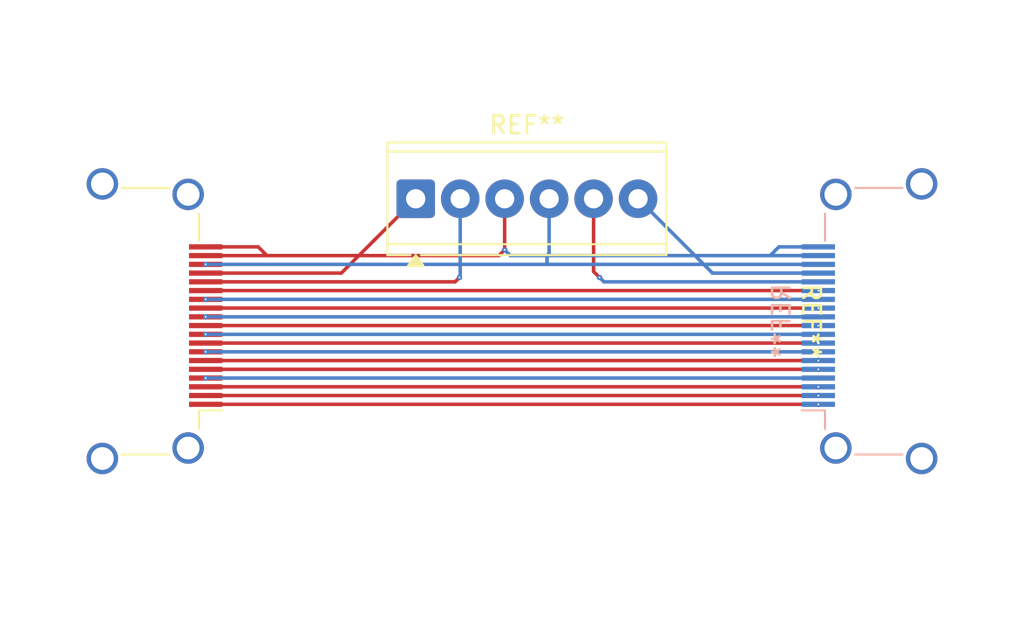
<source format=kicad_pcb>
(kicad_pcb (version 20241229) (generator "pcbnew") (generator_version "9.0")
  (layers (0 "F.Cu" signal) (2 "B.Cu" signal) (13 "F.Paste" user) (15 "B.Paste" user) (5 "F.SilkS" user "F.Silkscreen") (7 "B.SilkS" user "B.Silkscreen") (1 "F.Mask" user) (3 "B.Mask" user) (25 "Edge.Cuts" user))
  (net 0 "")
  (footprint "TerminalBlock_Phoenix:TerminalBlock_Phoenix_MPT-0,5-6-2.54_1x06_P2.54mm_Horizontal" (layer "F.Cu") (at 107.5 80)
    (property "Reference" "REF**" (at 6.35 -4.22 0) (layer "F.SilkS"))
    (property "Value" "TerminalBlock_Phoenix_MPT-0,5-6-2.54_1x06_P2.54mm_Horizontal")
    (fp_line (start -1.62 -3.22) (end -1.62 3.22) (stroke (width 0.12)) (layer "F.SilkS"))
    (fp_line (start -1.62 -3.22) (end 14.32 -3.22) (stroke (width 0.12)) (layer "F.SilkS"))
    (fp_line (start -1.62 -2.7) (end 14.32 -2.7) (stroke (width 0.12)) (layer "F.SilkS"))
    (fp_line (start -1.62 2.6) (end 14.32 2.6) (stroke (width 0.12)) (layer "F.SilkS"))
    (fp_line (start -1.62 3.22) (end -0.3 3.22) (stroke (width 0.12)) (layer "F.SilkS"))
    (fp_line (start 0.3 3.22) (end 14.32 3.22) (stroke (width 0.12)) (layer "F.SilkS"))
    (fp_line (start 14.32 -3.22) (end 14.32 3.22) (stroke (width 0.12)) (layer "F.SilkS"))
    (fp_poly (pts (xy 0 3.22) (xy 0.44 3.83) (xy -0.44 3.83)) (stroke (width 0.12)) (fill yes) (layer "F.SilkS"))
    (pad "1" thru_hole roundrect (at 0 0) (size 2.2 2.2) (drill 1.1) (layers "*.Cu" "*.Mask") (roundrect_rratio 0.113636))
    (pad "2" thru_hole circle (at 2.54 0) (size 2.2 2.2) (drill 1.1) (layers "*.Cu" "*.Mask"))
    (pad "3" thru_hole circle (at 5.08 0) (size 2.2 2.2) (drill 1.1) (layers "*.Cu" "*.Mask"))
    (pad "4" thru_hole circle (at 7.62 0) (size 2.2 2.2) (drill 1.1) (layers "*.Cu" "*.Mask"))
    (pad "5" thru_hole circle (at 10.16 0) (size 2.2 2.2) (drill 1.1) (layers "*.Cu" "*.Mask"))
    (pad "6" thru_hole circle (at 12.7 0) (size 2.2 2.2) (drill 1.1) (layers "*.Cu" "*.Mask"))
  )
  (footprint "Connector_Video:HDMI_A_Amphenol_10029449-x01xLF_Horizontal" (layer "F.Cu") (at 90.5 87 -90)
    (property "Reference" "REF**" (at 0 -39.6 270) (layer "F.SilkS"))
    (property "Value" "HDMI_A_Amphenol_10029449-x01xLF_Horizontal")
    (fp_line (start -7.62 -0.2) (end -7.62 -2.9) (stroke (width 0.12)) (layer "F.SilkS"))
    (fp_line (start 7.62 -2.9) (end 7.62 -0.2) (stroke (width 0.12)) (layer "F.SilkS"))
    (fp_line (start -6.15 -4.62) (end -4.6 -4.62) (stroke (width 0.12)) (layer "F.SilkS"))
    (fp_line (start 5.1 -4.62) (end 6.15 -4.62) (stroke (width 0.12)) (layer "F.SilkS"))
    (fp_line (start 5.1 -5.95) (end 5.1 -4.62) (stroke (width 0.12)) (layer "F.SilkS"))
    (pad "1" smd rect (at 4.75 -5 270) (size 0.3 1.9) (layers "F.Cu" "F.Mask" "F.Paste"))
    (pad "2" smd rect (at 4.25 -5 270) (size 0.3 1.9) (layers "F.Cu" "F.Mask" "F.Paste"))
    (pad "3" smd rect (at 3.75 -5 270) (size 0.3 1.9) (layers "F.Cu" "F.Mask" "F.Paste"))
    (pad "4" smd rect (at 3.25 -5 270) (size 0.3 1.9) (layers "F.Cu" "F.Mask" "F.Paste"))
    (pad "5" smd rect (at 2.75 -5 270) (size 0.3 1.9) (layers "F.Cu" "F.Mask" "F.Paste"))
    (pad "6" smd rect (at 2.25 -5 270) (size 0.3 1.9) (layers "F.Cu" "F.Mask" "F.Paste"))
    (pad "7" smd rect (at 1.75 -5 270) (size 0.3 1.9) (layers "F.Cu" "F.Mask" "F.Paste"))
    (pad "8" smd rect (at 1.25 -5 270) (size 0.3 1.9) (layers "F.Cu" "F.Mask" "F.Paste"))
    (pad "9" smd rect (at 0.75 -5 270) (size 0.3 1.9) (layers "F.Cu" "F.Mask" "F.Paste"))
    (pad "10" smd rect (at 0.25 -5 270) (size 0.3 1.9) (layers "F.Cu" "F.Mask" "F.Paste"))
    (pad "11" smd rect (at -0.25 -5 270) (size 0.3 1.9) (layers "F.Cu" "F.Mask" "F.Paste"))
    (pad "12" smd rect (at -0.75 -5 270) (size 0.3 1.9) (layers "F.Cu" "F.Mask" "F.Paste"))
    (pad "13" smd rect (at -1.25 -5 270) (size 0.3 1.9) (layers "F.Cu" "F.Mask" "F.Paste"))
    (pad "14" smd rect (at -1.75 -5 270) (size 0.3 1.9) (layers "F.Cu" "F.Mask" "F.Paste"))
    (pad "15" smd rect (at -2.25 -5 270) (size 0.3 1.9) (layers "F.Cu" "F.Mask" "F.Paste"))
    (pad "16" smd rect (at -2.75 -5 270) (size 0.3 1.9) (layers "F.Cu" "F.Mask" "F.Paste"))
    (pad "17" smd rect (at -3.25 -5 270) (size 0.3 1.9) (layers "F.Cu" "F.Mask" "F.Paste"))
    (pad "18" smd rect (at -3.75 -5 270) (size 0.3 1.9) (layers "F.Cu" "F.Mask" "F.Paste"))
    (pad "19" smd rect (at -4.25 -5 270) (size 0.3 1.9) (layers "F.Cu" "F.Mask" "F.Paste"))
    (pad "SH" thru_hole circle (at -7.85 0.9 270) (size 1.8 1.8) (drill 1.3) (layers "*.Cu" "*.Mask"))
    (pad "SH" thru_hole circle (at -7.25 -4 270) (size 1.8 1.8) (drill 1.3) (layers "*.Cu" "*.Mask"))
    (pad "SH" thru_hole circle (at 7.25 -4 270) (size 1.8 1.8) (drill 1.3) (layers "*.Cu" "*.Mask"))
    (pad "SH" thru_hole circle (at 7.85 0.9 270) (size 1.8 1.8) (drill 1.3) (layers "*.Cu" "*.Mask"))
  )
  (footprint "Connector_Video:HDMI_A_Amphenol_10029449-x01xLF_Horizontal" (layer "B.Cu") (at 135.5 87 -90)
    (property "Reference" "REF**" (at 0 7.1 90) (layer "B.SilkS") (effects (justify mirror)))
    (property "Value" "HDMI_A_Amphenol_10029449-x01xLF_Horizontal")
    (fp_line (start 5.1 5.95) (end 5.1 4.62) (stroke (width 0.12)) (layer "B.SilkS"))
    (fp_line (start -6.15 4.62) (end -4.6 4.62) (stroke (width 0.12)) (layer "B.SilkS"))
    (fp_line (start 5.1 4.62) (end 6.15 4.62) (stroke (width 0.12)) (layer "B.SilkS"))
    (fp_line (start 7.62 2.9) (end 7.62 0.2) (stroke (width 0.12)) (layer "B.SilkS"))
    (fp_line (start -7.62 0.2) (end -7.62 2.9) (stroke (width 0.12)) (layer "B.SilkS"))
    (pad "1" smd rect (at 4.75 5 270) (size 0.3 1.9) (layers "B.Cu" "B.Mask" "B.Paste"))
    (pad "2" smd rect (at 4.25 5 270) (size 0.3 1.9) (layers "B.Cu" "B.Mask" "B.Paste"))
    (pad "3" smd rect (at 3.75 5 270) (size 0.3 1.9) (layers "B.Cu" "B.Mask" "B.Paste"))
    (pad "4" smd rect (at 3.25 5 270) (size 0.3 1.9) (layers "B.Cu" "B.Mask" "B.Paste"))
    (pad "5" smd rect (at 2.75 5 270) (size 0.3 1.9) (layers "B.Cu" "B.Mask" "B.Paste"))
    (pad "6" smd rect (at 2.25 5 270) (size 0.3 1.9) (layers "B.Cu" "B.Mask" "B.Paste"))
    (pad "7" smd rect (at 1.75 5 270) (size 0.3 1.9) (layers "B.Cu" "B.Mask" "B.Paste"))
    (pad "8" smd rect (at 1.25 5 270) (size 0.3 1.9) (layers "B.Cu" "B.Mask" "B.Paste"))
    (pad "9" smd rect (at 0.75 5 270) (size 0.3 1.9) (layers "B.Cu" "B.Mask" "B.Paste"))
    (pad "10" smd rect (at 0.25 5 270) (size 0.3 1.9) (layers "B.Cu" "B.Mask" "B.Paste"))
    (pad "11" smd rect (at -0.25 5 270) (size 0.3 1.9) (layers "B.Cu" "B.Mask" "B.Paste"))
    (pad "12" smd rect (at -0.75 5 270) (size 0.3 1.9) (layers "B.Cu" "B.Mask" "B.Paste"))
    (pad "13" smd rect (at -1.25 5 270) (size 0.3 1.9) (layers "B.Cu" "B.Mask" "B.Paste"))
    (pad "14" smd rect (at -1.75 5 270) (size 0.3 1.9) (layers "B.Cu" "B.Mask" "B.Paste"))
    (pad "15" smd rect (at -2.25 5 270) (size 0.3 1.9) (layers "B.Cu" "B.Mask" "B.Paste"))
    (pad "16" smd rect (at -2.75 5 270) (size 0.3 1.9) (layers "B.Cu" "B.Mask" "B.Paste"))
    (pad "17" smd rect (at -3.25 5 270) (size 0.3 1.9) (layers "B.Cu" "B.Mask" "B.Paste"))
    (pad "18" smd rect (at -3.75 5 270) (size 0.3 1.9) (layers "B.Cu" "B.Mask" "B.Paste"))
    (pad "19" smd rect (at -4.25 5 270) (size 0.3 1.9) (layers "B.Cu" "B.Mask" "B.Paste"))
    (pad "SH" thru_hole circle (at -7.85 -0.9 270) (size 1.8 1.8) (drill 1.3) (layers "*.Cu" "*.Mask"))
    (pad "SH" thru_hole circle (at -7.25 4 270) (size 1.8 1.8) (drill 1.3) (layers "*.Cu" "*.Mask"))
    (pad "SH" thru_hole circle (at 7.25 4 270) (size 1.8 1.8) (drill 1.3) (layers "*.Cu" "*.Mask"))
    (pad "SH" thru_hole circle (at 7.85 -0.9 270) (size 1.8 1.8) (drill 1.3) (layers "*.Cu" "*.Mask"))
  )
  (segment (start 95.5 82.75) (end 98.5 82.75) (width 0.2) (layer "F.Cu") (net 0))
  (segment (start 112.58 80) (end 112.58 82.92) (width 0.2) (layer "F.Cu") (net 0))
  (segment (start 95.5 85.25) (end 130.5 85.25) (width 0.2) (layer "F.Cu") (net 0))
  (segment (start 98.5 82.75) (end 99 83.25) (width 0.2) (layer "F.Cu") (net 0))
  (segment (start 95.5 84.25) (end 103.25 84.25) (width 0.2) (layer "F.Cu") (net 0))
  (segment (start 103.25 84.25) (end 105.25 82.25) (width 0.2) (layer "F.Cu") (net 0))
  (segment (start 99 83.25) (end 112.25 83.25) (width 0.2) (layer "F.Cu") (net 0))
  (segment (start 105.25 82.25) (end 105 82.5) (width 0.2) (layer "F.Cu") (net 0))
  (segment (start 95.5 87.25) (end 130.5 87.25) (width 0.2) (layer "F.Cu") (net 0))
  (segment (start 95.5 86.25) (end 130.5 86.25) (width 0.2) (layer "F.Cu") (net 0))
  (segment (start 95.5 91.25) (end 130.5 91.25) (width 0.2) (layer "F.Cu") (net 0))
  (segment (start 105.25 82.25) (end 107.5 80) (width 0.2) (layer "F.Cu") (net 0))
  (segment (start 118 84.5) (end 117.66 84.16) (width 0.2) (layer "F.Cu") (net 0))
  (segment (start 117.66 84.16) (end 117.66 80) (width 0.2) (layer "F.Cu") (net 0))
  (segment (start 95.5 89.25) (end 130.5 89.25) (width 0.2) (layer "F.Cu") (net 0))
  (segment (start 95.5 90.75) (end 130.5 90.75) (width 0.2) (layer "F.Cu") (net 0))
  (segment (start 112.25 83.25) (end 112.58 82.92) (width 0.2) (layer "F.Cu") (net 0))
  (segment (start 95.5 89.75) (end 130.5 89.75) (width 0.2) (layer "F.Cu") (net 0))
  (segment (start 109.75 84.75) (end 110 84.5) (width 0.2) (layer "F.Cu") (net 0))
  (segment (start 95.5 91.75) (end 130.5 91.75) (width 0.2) (layer "F.Cu") (net 0))
  (segment (start 95.5 83.25) (end 99 83.25) (width 0.2) (layer "F.Cu") (net 0))
  (segment (start 95.5 84.75) (end 109.75 84.75) (width 0.2) (layer "F.Cu") (net 0))
  (segment (start 95.5 88.25) (end 130.5 88.25) (width 0.2) (layer "F.Cu") (net 0))
  (via micro (at 95.5 87.75) (size 0.3) (drill 0.1) (layers "F.Cu" "B.Cu") (net 0))
  (via micro (at 130.5 87.25) (size 0.3) (drill 0.1) (layers "F.Cu" "B.Cu") (net 0))
  (via micro (at 130.5 91.75) (size 0.3) (drill 0.1) (layers "F.Cu" "B.Cu") (net 0))
  (via micro (at 130.5 89.75) (size 0.3) (drill 0.1) (layers "F.Cu" "B.Cu") (net 0))
  (via micro (at 130.5 86.25) (size 0.3) (drill 0.1) (layers "F.Cu" "B.Cu") (net 0))
  (via micro (at 112.58 82.92) (size 0.3) (drill 0.1) (layers "F.Cu" "B.Cu") (net 0))
  (via micro (at 107.5 80) (size 0.3) (drill 0.1) (layers "F.Cu" "B.Cu") (net 0))
  (via micro (at 95.5 85.75) (size 0.3) (drill 0.1) (layers "F.Cu" "B.Cu") (net 0))
  (via micro (at 130.5 90.75) (size 0.3) (drill 0.1) (layers "F.Cu" "B.Cu") (net 0))
  (via micro (at 130.5 91.25) (size 0.3) (drill 0.1) (layers "F.Cu" "B.Cu") (net 0))
  (via micro (at 112.58 80) (size 0.3) (drill 0.1) (layers "F.Cu" "B.Cu") (net 0))
  (via micro (at 118 84.5) (size 0.3) (drill 0.1) (layers "F.Cu" "B.Cu") (net 0))
  (via micro (at 95.5 86.75) (size 0.3) (drill 0.1) (layers "F.Cu" "B.Cu") (net 0))
  (via micro (at 110 84.5) (size 0.3) (drill 0.1) (layers "F.Cu" "B.Cu") (net 0))
  (via micro (at 120.2 80) (size 0.3) (drill 0.1) (layers "F.Cu" "B.Cu") (net 0))
  (via micro (at 95.5 88.75) (size 0.3) (drill 0.1) (layers "F.Cu" "B.Cu") (net 0))
  (via micro (at 130.5 88.25) (size 0.3) (drill 0.1) (layers "F.Cu" "B.Cu") (net 0))
  (via micro (at 95.5 90.25) (size 0.3) (drill 0.1) (layers "F.Cu" "B.Cu") (net 0))
  (via micro (at 95.5 83.75) (size 0.3) (drill 0.1) (layers "F.Cu" "B.Cu") (net 0))
  (via micro (at 130.5 85.25) (size 0.3) (drill 0.1) (layers "F.Cu" "B.Cu") (net 0))
  (via micro (at 130.5 89.25) (size 0.3) (drill 0.1) (layers "F.Cu" "B.Cu") (net 0))
  (segment (start 115 83.75) (end 115 83.25) (width 0.2) (layer "B.Cu") (net 0))
  (segment (start 130.5 87.75) (end 95.5 87.75) (width 0.2) (layer "B.Cu") (net 0))
  (segment (start 130.5 90.25) (end 95.5 90.25) (width 0.2) (layer "B.Cu") (net 0))
  (segment (start 127.5 83.25) (end 127.75 83.25) (width 0.2) (layer "B.Cu") (net 0))
  (segment (start 128.25 82.75) (end 130.5 82.75) (width 0.2) (layer "B.Cu") (net 0))
  (segment (start 110 84.5) (end 110.04 84.46) (width 0.2) (layer "B.Cu") (net 0))
  (segment (start 115.12 83.13) (end 115.12 80) (width 0.2) (layer "B.Cu") (net 0))
  (segment (start 127.75 83.25) (end 128.25 82.75) (width 0.2) (layer "B.Cu") (net 0))
  (segment (start 130.5 83.75) (end 115 83.75) (width 0.2) (layer "B.Cu") (net 0))
  (segment (start 130.5 84.75) (end 118.25 84.75) (width 0.2) (layer "B.Cu") (net 0))
  (segment (start 124.45 84.25) (end 120.2 80) (width 0.2) (layer "B.Cu") (net 0))
  (segment (start 115 83.25) (end 115.12 83.13) (width 0.2) (layer "B.Cu") (net 0))
  (segment (start 110.04 84.46) (end 110.04 80) (width 0.2) (layer "B.Cu") (net 0))
  (segment (start 127.5 83.25) (end 112.91 83.25) (width 0.2) (layer "B.Cu") (net 0))
  (segment (start 118.25 84.75) (end 118 84.5) (width 0.2) (layer "B.Cu") (net 0))
  (segment (start 130.5 88.75) (end 95.5 88.75) (width 0.2) (layer "B.Cu") (net 0))
  (segment (start 130.5 84.25) (end 124.45 84.25) (width 0.2) (layer "B.Cu") (net 0))
  (segment (start 130.5 83.25) (end 127.5 83.25) (width 0.2) (layer "B.Cu") (net 0))
  (segment (start 115 83.75) (end 95.5 83.75) (width 0.2) (layer "B.Cu") (net 0))
  (segment (start 112.91 83.25) (end 112.58 82.92) (width 0.2) (layer "B.Cu") (net 0))
  (segment (start 130.5 86.75) (end 95.5 86.75) (width 0.2) (layer "B.Cu") (net 0))
  (segment (start 130.5 85.75) (end 95.5 85.75) (width 0.2) (layer "B.Cu") (net 0))
)
</source>
